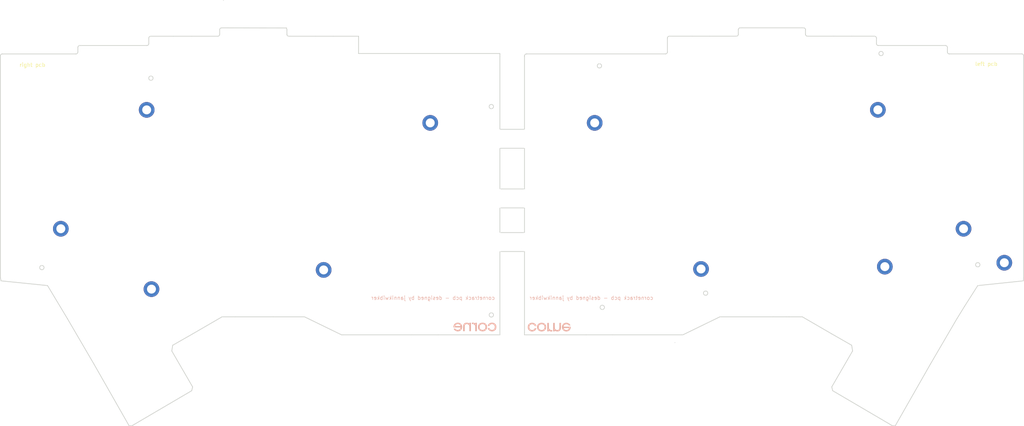
<source format=kicad_pcb>
(kicad_pcb (version 20171130) (host pcbnew "(5.1.6-0-10_14)")

  (general
    (thickness 1.6)
    (drawings 138)
    (tracks 0)
    (zones 0)
    (modules 19)
    (nets 1)
  )

  (page A4)
  (layers
    (0 F.Cu signal)
    (31 B.Cu signal)
    (32 B.Adhes user)
    (33 F.Adhes user)
    (34 B.Paste user)
    (35 F.Paste user)
    (36 B.SilkS user)
    (37 F.SilkS user)
    (38 B.Mask user)
    (39 F.Mask user)
    (40 Dwgs.User user)
    (41 Cmts.User user)
    (42 Eco1.User user)
    (43 Eco2.User user)
    (44 Edge.Cuts user)
    (45 Margin user)
    (46 B.CrtYd user)
    (47 F.CrtYd user)
    (48 B.Fab user)
    (49 F.Fab user)
  )

  (setup
    (last_trace_width 0.25)
    (trace_clearance 0.2)
    (zone_clearance 0.508)
    (zone_45_only no)
    (trace_min 0.2)
    (via_size 0.8)
    (via_drill 0.4)
    (via_min_size 0.4)
    (via_min_drill 0.3)
    (uvia_size 0.3)
    (uvia_drill 0.1)
    (uvias_allowed no)
    (uvia_min_size 0.2)
    (uvia_min_drill 0.1)
    (edge_width 0.05)
    (segment_width 0.2)
    (pcb_text_width 0.3)
    (pcb_text_size 1.5 1.5)
    (mod_edge_width 0.12)
    (mod_text_size 1 1)
    (mod_text_width 0.15)
    (pad_size 1.524 1.524)
    (pad_drill 0.762)
    (pad_to_mask_clearance 0.05)
    (aux_axis_origin 0 0)
    (visible_elements FFFFFF7F)
    (pcbplotparams
      (layerselection 0x010fc_ffffffff)
      (usegerberextensions false)
      (usegerberattributes true)
      (usegerberadvancedattributes true)
      (creategerberjobfile true)
      (excludeedgelayer true)
      (linewidth 0.100000)
      (plotframeref false)
      (viasonmask false)
      (mode 1)
      (useauxorigin false)
      (hpglpennumber 1)
      (hpglpenspeed 20)
      (hpglpendiameter 15.000000)
      (psnegative false)
      (psa4output false)
      (plotreference true)
      (plotvalue true)
      (plotinvisibletext false)
      (padsonsilk false)
      (subtractmaskfromsilk false)
      (outputformat 1)
      (mirror false)
      (drillshape 0)
      (scaleselection 1)
      (outputdirectory "gerber/"))
  )

  (net 0 "")

  (net_class Default "This is the default net class."
    (clearance 0.2)
    (trace_width 0.25)
    (via_dia 0.8)
    (via_drill 0.4)
    (uvia_dia 0.3)
    (uvia_drill 0.1)
  )

  (module kbd:corne-logo-horizontal (layer B.Cu) (tedit 0) (tstamp 5F73D0DB)
    (at 158.6245 95.64)
    (attr smd)
    (fp_text reference G*** (at 0 0) (layer B.SilkS) hide
      (effects (font (size 1.524 1.524) (thickness 0.3)) (justify mirror))
    )
    (fp_text value LOGO (at 0.75 0) (layer B.SilkS) hide
      (effects (font (size 1.524 1.524) (thickness 0.3)) (justify mirror))
    )
    (fp_poly (pts (xy 2.201991 1.231209) (xy 2.296075 1.227549) (xy 2.36649 1.218545) (xy 2.426801 1.201819)
      (xy 2.49057 1.174995) (xy 2.544751 1.148829) (xy 2.715798 1.040487) (xy 2.849048 0.901327)
      (xy 2.946379 0.728622) (xy 3.009668 0.519646) (xy 3.021075 0.4572) (xy 3.028364 0.38623)
      (xy 3.034903 0.273475) (xy 3.040403 0.127951) (xy 3.044574 -0.04133) (xy 3.047127 -0.225353)
      (xy 3.047808 -0.37465) (xy 3.048 -1.0414) (xy 2.6162 -1.0414) (xy 2.6162 -0.32211)
      (xy 2.615593 -0.093457) (xy 2.6136 0.090242) (xy 2.609963 0.234823) (xy 2.604422 0.346118)
      (xy 2.596719 0.429963) (xy 2.586595 0.492191) (xy 2.578697 0.523466) (xy 2.513937 0.661693)
      (xy 2.41303 0.764894) (xy 2.277603 0.832016) (xy 2.10928 0.862001) (xy 2.054812 0.8636)
      (xy 1.892341 0.853183) (xy 1.762362 0.818306) (xy 1.650264 0.753528) (xy 1.57036 0.683274)
      (xy 1.516173 0.626269) (xy 1.472791 0.570499) (xy 1.439023 0.509635) (xy 1.413679 0.437348)
      (xy 1.395567 0.347311) (xy 1.383496 0.233195) (xy 1.376277 0.088673) (xy 1.372717 -0.092585)
      (xy 1.371626 -0.316907) (xy 1.3716 -0.37291) (xy 1.3716 -1.0414) (xy 0.9398 -1.0414)
      (xy 0.9398 1.2192) (xy 1.3716 1.2192) (xy 1.3716 0.961293) (xy 1.453864 1.043558)
      (xy 1.540252 1.119164) (xy 1.630955 1.172431) (xy 1.736978 1.206718) (xy 1.869324 1.225384)
      (xy 2.038995 1.231789) (xy 2.070674 1.2319) (xy 2.201991 1.231209)) (layer B.SilkS) (width 0.01))
    (fp_poly (pts (xy 0.539737 1.254564) (xy 0.6858 1.238039) (xy 0.6858 0.867271) (xy 0.55245 0.880932)
      (xy 0.368351 0.875861) (xy 0.198952 0.824078) (xy 0.050381 0.728944) (xy -0.071234 0.593821)
      (xy -0.120111 0.512131) (xy -0.2032 0.351162) (xy -0.2032 -1.0414) (xy -0.635 -1.0414)
      (xy -0.635 1.221255) (xy -0.42545 1.213878) (xy -0.2159 1.2065) (xy -0.1905 0.984642)
      (xy -0.139731 1.041054) (xy -0.021554 1.137643) (xy 0.130298 1.208733) (xy 0.303542 1.250464)
      (xy 0.48589 1.258975) (xy 0.539737 1.254564)) (layer B.SilkS) (width 0.01))
    (fp_poly (pts (xy 4.73403 1.221594) (xy 4.956394 1.155295) (xy 5.154633 1.049787) (xy 5.324579 0.909153)
      (xy 5.462059 0.737476) (xy 5.562904 0.538838) (xy 5.622943 0.317322) (xy 5.6388 0.121664)
      (xy 5.6388 -0.0254) (xy 3.7338 -0.0254) (xy 3.7338 -0.098498) (xy 3.756717 -0.221649)
      (xy 3.820155 -0.349172) (xy 3.916143 -0.470298) (xy 4.036711 -0.574256) (xy 4.125888 -0.628239)
      (xy 4.261742 -0.679647) (xy 4.422404 -0.704683) (xy 4.435372 -0.705596) (xy 4.617629 -0.703127)
      (xy 4.771303 -0.666329) (xy 4.908995 -0.590614) (xy 5.023693 -0.491419) (xy 5.159513 -0.3556)
      (xy 5.362768 -0.3556) (xy 5.463311 -0.356246) (xy 5.522533 -0.360122) (xy 5.54991 -0.370133)
      (xy 5.554919 -0.389182) (xy 5.54923 -0.41275) (xy 5.510917 -0.498398) (xy 5.445999 -0.601086)
      (xy 5.366274 -0.704606) (xy 5.283544 -0.792746) (xy 5.253357 -0.819173) (xy 5.05449 -0.948773)
      (xy 4.831802 -1.038237) (xy 4.595096 -1.085509) (xy 4.354173 -1.088535) (xy 4.142857 -1.052004)
      (xy 3.921745 -0.967879) (xy 3.726925 -0.844023) (xy 3.563325 -0.685554) (xy 3.435874 -0.49759)
      (xy 3.349501 -0.285249) (xy 3.330344 -0.208299) (xy 3.299808 0.041758) (xy 3.313541 0.281339)
      (xy 3.325722 0.3302) (xy 3.735057 0.3302) (xy 4.458328 0.3302) (xy 4.670914 0.330472)
      (xy 4.837999 0.331479) (xy 4.964879 0.333506) (xy 5.056851 0.336842) (xy 5.119212 0.341771)
      (xy 5.157259 0.34858) (xy 5.176288 0.357556) (xy 5.181597 0.368986) (xy 5.1816 0.369312)
      (xy 5.161223 0.451242) (xy 5.106525 0.546827) (xy 5.027152 0.644278) (xy 4.932748 0.731805)
      (xy 4.832961 0.797617) (xy 4.829903 0.799174) (xy 4.690847 0.846723) (xy 4.526733 0.867986)
      (xy 4.355928 0.86304) (xy 4.196798 0.831961) (xy 4.10506 0.796156) (xy 3.958526 0.694514)
      (xy 3.839649 0.553203) (xy 3.759265 0.393873) (xy 3.735057 0.3302) (xy 3.325722 0.3302)
      (xy 3.369367 0.505265) (xy 3.465106 0.708357) (xy 3.598579 0.885437) (xy 3.767608 1.031328)
      (xy 3.880499 1.099311) (xy 4.075103 1.183254) (xy 4.272426 1.230099) (xy 4.491713 1.2446)
      (xy 4.73403 1.221594)) (layer B.SilkS) (width 0.01))
    (fp_poly (pts (xy -2.057514 1.23816) (xy -1.80406 1.202889) (xy -1.575975 1.126193) (xy -1.376325 1.010135)
      (xy -1.208175 0.856778) (xy -1.074592 0.668184) (xy -1.010044 0.5334) (xy -0.978482 0.419295)
      (xy -0.958215 0.271629) (xy -0.94947 0.10642) (xy -0.952475 -0.060313) (xy -0.967457 -0.212551)
      (xy -0.994644 -0.334275) (xy -0.997595 -0.3429) (xy -1.093981 -0.540172) (xy -1.233225 -0.716574)
      (xy -1.409821 -0.866769) (xy -1.618259 -0.985421) (xy -1.69316 -1.01677) (xy -1.825179 -1.053019)
      (xy -1.988165 -1.076467) (xy -2.163719 -1.086287) (xy -2.33344 -1.08165) (xy -2.478926 -1.061729)
      (xy -2.511747 -1.053599) (xy -2.725647 -0.971401) (xy -2.920379 -0.853093) (xy -3.087345 -0.705635)
      (xy -3.217944 -0.535986) (xy -3.268818 -0.440895) (xy -3.307163 -0.338102) (xy -3.341349 -0.213876)
      (xy -3.361401 -0.110628) (xy -3.368752 0.030776) (xy -2.944426 0.030776) (xy -2.930091 -0.116866)
      (xy -2.909959 -0.198207) (xy -2.856706 -0.310941) (xy -2.776305 -0.426333) (xy -2.682322 -0.527702)
      (xy -2.588326 -0.598365) (xy -2.581542 -0.60202) (xy -2.384802 -0.678118) (xy -2.179811 -0.708463)
      (xy -1.976396 -0.692243) (xy -1.863836 -0.661468) (xy -1.686556 -0.574347) (xy -1.54209 -0.450677)
      (xy -1.434913 -0.294341) (xy -1.43048 -0.285466) (xy -1.37749 -0.129401) (xy -1.355507 0.047702)
      (xy -1.364861 0.226983) (xy -1.405879 0.389579) (xy -1.418211 0.4191) (xy -1.515542 0.578094)
      (xy -1.643239 0.702908) (xy -1.793936 0.793377) (xy -1.960264 0.849334) (xy -2.134858 0.870614)
      (xy -2.310351 0.857051) (xy -2.479376 0.808478) (xy -2.634566 0.72473) (xy -2.768555 0.60564)
      (xy -2.873535 0.451899) (xy -2.915081 0.334193) (xy -2.939067 0.187474) (xy -2.944426 0.030776)
      (xy -3.368752 0.030776) (xy -3.374262 0.136764) (xy -3.34185 0.371307) (xy -3.26665 0.587948)
      (xy -3.151143 0.781635) (xy -2.997813 0.947313) (xy -2.80914 1.079931) (xy -2.765081 1.103197)
      (xy -2.590795 1.177947) (xy -2.41947 1.222719) (xy -2.233595 1.240853) (xy -2.057514 1.23816)) (layer B.SilkS) (width 0.01))
    (fp_poly (pts (xy -4.440451 1.224012) (xy -4.325752 1.197898) (xy -4.10465 1.107361) (xy -3.913207 0.980964)
      (xy -3.756278 0.823012) (xy -3.638718 0.637812) (xy -3.604063 0.557746) (xy -3.570036 0.464269)
      (xy -3.558417 0.405239) (xy -3.575702 0.372739) (xy -3.628388 0.358851) (xy -3.722971 0.355657)
      (xy -3.769931 0.3556) (xy -3.983861 0.355601) (xy -4.014767 0.449246) (xy -4.081357 0.575106)
      (xy -4.187862 0.686497) (xy -4.324037 0.776988) (xy -4.479636 0.840146) (xy -4.644415 0.869539)
      (xy -4.686301 0.870858) (xy -4.868631 0.84809) (xy -5.038935 0.783779) (xy -5.188484 0.683911)
      (xy -5.308547 0.554474) (xy -5.390395 0.401453) (xy -5.396593 0.383733) (xy -5.430144 0.225076)
      (xy -5.435927 0.049598) (xy -5.415241 -0.124327) (xy -5.369387 -0.278322) (xy -5.346325 -0.326531)
      (xy -5.240596 -0.477138) (xy -5.105721 -0.589303) (xy -4.958398 -0.660915) (xy -4.779711 -0.703926)
      (xy -4.600241 -0.703773) (xy -4.428428 -0.663785) (xy -4.27271 -0.587291) (xy -4.141526 -0.477622)
      (xy -4.043316 -0.338106) (xy -4.021733 -0.291389) (xy -3.9751 -0.17799) (xy -3.76555 -0.177895)
      (xy -3.662832 -0.178561) (xy -3.600716 -0.18262) (xy -3.569005 -0.192992) (xy -3.557503 -0.212594)
      (xy -3.556 -0.237887) (xy -3.571525 -0.312902) (xy -3.613076 -0.412781) (xy -3.673122 -0.524252)
      (xy -3.744131 -0.634041) (xy -3.818571 -0.728876) (xy -3.857462 -0.769119) (xy -4.037236 -0.904131)
      (xy -4.246093 -1.004811) (xy -4.47294 -1.067913) (xy -4.706682 -1.090194) (xy -4.9022 -1.074664)
      (xy -5.095413 -1.023943) (xy -5.283049 -0.940877) (xy -5.45274 -0.83286) (xy -5.592117 -0.707289)
      (xy -5.659011 -0.622165) (xy -5.74034 -0.487841) (xy -5.79623 -0.362887) (xy -5.830809 -0.232138)
      (xy -5.848207 -0.08043) (xy -5.852586 0.0889) (xy -5.851081 0.229806) (xy -5.845379 0.333812)
      (xy -5.833702 0.414764) (xy -5.81427 0.486506) (xy -5.794649 0.539803) (xy -5.689003 0.739457)
      (xy -5.542738 0.915974) (xy -5.363624 1.061684) (xy -5.159431 1.168915) (xy -5.1562 1.170198)
      (xy -5.000217 1.214086) (xy -4.816245 1.238108) (xy -4.623313 1.241628) (xy -4.440451 1.224012)) (layer B.SilkS) (width 0.01))
  )

  (module kbd:Breakaway_Tabs (layer F.Cu) (tedit 5F29703B) (tstamp 5F73D0CD)
    (at 145.288 72.898 270)
    (fp_text reference REF** (at -0.05 -2.4 90) (layer F.Fab)
      (effects (font (size 1 1) (thickness 0.15)))
    )
    (fp_text value Breakaway_Tabs (at -0.05 0.75 90) (layer F.Fab)
      (effects (font (size 1 1) (thickness 0.15)))
    )
    (fp_line (start -3 -0.2) (end 3 -0.2) (layer Dwgs.User) (width 0.12))
    (fp_line (start -3 0.2) (end 3 0.2) (layer Dwgs.User) (width 0.12))
    (pad "" np_thru_hole circle (at -1.1875 0 270) (size 0.3 0.3) (drill 0.3) (layers *.Cu *.Mask))
    (pad "" np_thru_hole circle (at -2.375 0 270) (size 0.3 0.3) (drill 0.3) (layers *.Cu *.Mask))
    (pad "" np_thru_hole circle (at -0.59375 0 270) (size 0.3 0.3) (drill 0.3) (layers *.Cu *.Mask))
    (pad "" np_thru_hole circle (at -1.78125 0 270) (size 0.3 0.3) (drill 0.3) (layers *.Cu *.Mask))
    (pad "" np_thru_hole circle (at 2.375 0 270) (size 0.3 0.3) (drill 0.3) (layers *.Cu *.Mask))
    (pad "" np_thru_hole circle (at 1.78125 0 270) (size 0.3 0.3) (drill 0.3) (layers *.Cu *.Mask))
    (pad "" np_thru_hole circle (at 1.1875 0 270) (size 0.3 0.3) (drill 0.3) (layers *.Cu *.Mask))
    (pad "" np_thru_hole circle (at 0.59375 0 270) (size 0.3 0.3) (drill 0.3) (layers *.Cu *.Mask))
    (pad "" np_thru_hole circle (at 0 0 270) (size 0.3 0.3) (drill 0.3) (layers *.Cu *.Mask))
  )

  (module kbd:Breakaway_Tabs (layer F.Cu) (tedit 5F29703B) (tstamp 5F73D0BF)
    (at 145.288 45.212 270)
    (fp_text reference REF** (at -0.05 -2.4 90) (layer F.Fab)
      (effects (font (size 1 1) (thickness 0.15)))
    )
    (fp_text value Breakaway_Tabs (at -0.05 0.75 90) (layer F.Fab)
      (effects (font (size 1 1) (thickness 0.15)))
    )
    (fp_line (start -3 -0.2) (end 3 -0.2) (layer Dwgs.User) (width 0.12))
    (fp_line (start -3 0.2) (end 3 0.2) (layer Dwgs.User) (width 0.12))
    (pad "" np_thru_hole circle (at -1.1875 0 270) (size 0.3 0.3) (drill 0.3) (layers *.Cu *.Mask))
    (pad "" np_thru_hole circle (at -2.375 0 270) (size 0.3 0.3) (drill 0.3) (layers *.Cu *.Mask))
    (pad "" np_thru_hole circle (at -0.59375 0 270) (size 0.3 0.3) (drill 0.3) (layers *.Cu *.Mask))
    (pad "" np_thru_hole circle (at -1.78125 0 270) (size 0.3 0.3) (drill 0.3) (layers *.Cu *.Mask))
    (pad "" np_thru_hole circle (at 2.375 0 270) (size 0.3 0.3) (drill 0.3) (layers *.Cu *.Mask))
    (pad "" np_thru_hole circle (at 1.78125 0 270) (size 0.3 0.3) (drill 0.3) (layers *.Cu *.Mask))
    (pad "" np_thru_hole circle (at 1.1875 0 270) (size 0.3 0.3) (drill 0.3) (layers *.Cu *.Mask))
    (pad "" np_thru_hole circle (at 0.59375 0 270) (size 0.3 0.3) (drill 0.3) (layers *.Cu *.Mask))
    (pad "" np_thru_hole circle (at 0 0 270) (size 0.3 0.3) (drill 0.3) (layers *.Cu *.Mask))
  )

  (module kbd:Breakaway_Tabs (layer F.Cu) (tedit 5F29703B) (tstamp 5F73D0B1)
    (at 145.288 61.214 270)
    (fp_text reference REF** (at -0.05 -2.4 90) (layer F.Fab)
      (effects (font (size 1 1) (thickness 0.15)))
    )
    (fp_text value Breakaway_Tabs (at -0.05 0.75 90) (layer F.Fab)
      (effects (font (size 1 1) (thickness 0.15)))
    )
    (fp_line (start -3 -0.2) (end 3 -0.2) (layer Dwgs.User) (width 0.12))
    (fp_line (start -3 0.2) (end 3 0.2) (layer Dwgs.User) (width 0.12))
    (pad "" np_thru_hole circle (at -1.1875 0 270) (size 0.3 0.3) (drill 0.3) (layers *.Cu *.Mask))
    (pad "" np_thru_hole circle (at -2.375 0 270) (size 0.3 0.3) (drill 0.3) (layers *.Cu *.Mask))
    (pad "" np_thru_hole circle (at -0.59375 0 270) (size 0.3 0.3) (drill 0.3) (layers *.Cu *.Mask))
    (pad "" np_thru_hole circle (at -1.78125 0 270) (size 0.3 0.3) (drill 0.3) (layers *.Cu *.Mask))
    (pad "" np_thru_hole circle (at 2.375 0 270) (size 0.3 0.3) (drill 0.3) (layers *.Cu *.Mask))
    (pad "" np_thru_hole circle (at 1.78125 0 270) (size 0.3 0.3) (drill 0.3) (layers *.Cu *.Mask))
    (pad "" np_thru_hole circle (at 1.1875 0 270) (size 0.3 0.3) (drill 0.3) (layers *.Cu *.Mask))
    (pad "" np_thru_hole circle (at 0.59375 0 270) (size 0.3 0.3) (drill 0.3) (layers *.Cu *.Mask))
    (pad "" np_thru_hole circle (at 0 0 270) (size 0.3 0.3) (drill 0.3) (layers *.Cu *.Mask))
  )

  (module kbd:Breakaway_Tabs (layer F.Cu) (tedit 5F29703B) (tstamp 5F73D0A3)
    (at 151.892 61.214 270)
    (fp_text reference REF** (at -0.05 -2.4 90) (layer F.Fab)
      (effects (font (size 1 1) (thickness 0.15)))
    )
    (fp_text value Breakaway_Tabs (at -0.05 0.75 90) (layer F.Fab)
      (effects (font (size 1 1) (thickness 0.15)))
    )
    (fp_line (start -3 -0.2) (end 3 -0.2) (layer Dwgs.User) (width 0.12))
    (fp_line (start -3 0.2) (end 3 0.2) (layer Dwgs.User) (width 0.12))
    (pad "" np_thru_hole circle (at 0 0 270) (size 0.3 0.3) (drill 0.3) (layers *.Cu *.Mask))
    (pad "" np_thru_hole circle (at 0.59375 0 270) (size 0.3 0.3) (drill 0.3) (layers *.Cu *.Mask))
    (pad "" np_thru_hole circle (at 1.1875 0 270) (size 0.3 0.3) (drill 0.3) (layers *.Cu *.Mask))
    (pad "" np_thru_hole circle (at 1.78125 0 270) (size 0.3 0.3) (drill 0.3) (layers *.Cu *.Mask))
    (pad "" np_thru_hole circle (at 2.375 0 270) (size 0.3 0.3) (drill 0.3) (layers *.Cu *.Mask))
    (pad "" np_thru_hole circle (at -1.78125 0 270) (size 0.3 0.3) (drill 0.3) (layers *.Cu *.Mask))
    (pad "" np_thru_hole circle (at -0.59375 0 270) (size 0.3 0.3) (drill 0.3) (layers *.Cu *.Mask))
    (pad "" np_thru_hole circle (at -2.375 0 270) (size 0.3 0.3) (drill 0.3) (layers *.Cu *.Mask))
    (pad "" np_thru_hole circle (at -1.1875 0 270) (size 0.3 0.3) (drill 0.3) (layers *.Cu *.Mask))
  )

  (module kbd:Breakaway_Tabs (layer F.Cu) (tedit 5F29703B) (tstamp 5F73D095)
    (at 151.892 45.212 270)
    (fp_text reference REF** (at -0.05 -2.4 90) (layer F.Fab)
      (effects (font (size 1 1) (thickness 0.15)))
    )
    (fp_text value Breakaway_Tabs (at -0.05 0.75 90) (layer F.Fab)
      (effects (font (size 1 1) (thickness 0.15)))
    )
    (fp_line (start -3 -0.2) (end 3 -0.2) (layer Dwgs.User) (width 0.12))
    (fp_line (start -3 0.2) (end 3 0.2) (layer Dwgs.User) (width 0.12))
    (pad "" np_thru_hole circle (at 0 0 270) (size 0.3 0.3) (drill 0.3) (layers *.Cu *.Mask))
    (pad "" np_thru_hole circle (at 0.59375 0 270) (size 0.3 0.3) (drill 0.3) (layers *.Cu *.Mask))
    (pad "" np_thru_hole circle (at 1.1875 0 270) (size 0.3 0.3) (drill 0.3) (layers *.Cu *.Mask))
    (pad "" np_thru_hole circle (at 1.78125 0 270) (size 0.3 0.3) (drill 0.3) (layers *.Cu *.Mask))
    (pad "" np_thru_hole circle (at 2.375 0 270) (size 0.3 0.3) (drill 0.3) (layers *.Cu *.Mask))
    (pad "" np_thru_hole circle (at -1.78125 0 270) (size 0.3 0.3) (drill 0.3) (layers *.Cu *.Mask))
    (pad "" np_thru_hole circle (at -0.59375 0 270) (size 0.3 0.3) (drill 0.3) (layers *.Cu *.Mask))
    (pad "" np_thru_hole circle (at -2.375 0 270) (size 0.3 0.3) (drill 0.3) (layers *.Cu *.Mask))
    (pad "" np_thru_hole circle (at -1.1875 0 270) (size 0.3 0.3) (drill 0.3) (layers *.Cu *.Mask))
  )

  (module kbd:Breakaway_Tabs (layer F.Cu) (tedit 5F29703B) (tstamp 5F73D06B)
    (at 151.892 72.898 270)
    (fp_text reference REF** (at -0.05 -2.4 90) (layer F.Fab)
      (effects (font (size 1 1) (thickness 0.15)))
    )
    (fp_text value Breakaway_Tabs (at -0.05 0.75 90) (layer F.Fab)
      (effects (font (size 1 1) (thickness 0.15)))
    )
    (fp_line (start -3 -0.2) (end 3 -0.2) (layer Dwgs.User) (width 0.12))
    (fp_line (start -3 0.2) (end 3 0.2) (layer Dwgs.User) (width 0.12))
    (pad "" np_thru_hole circle (at 0 0 270) (size 0.3 0.3) (drill 0.3) (layers *.Cu *.Mask))
    (pad "" np_thru_hole circle (at 0.59375 0 270) (size 0.3 0.3) (drill 0.3) (layers *.Cu *.Mask))
    (pad "" np_thru_hole circle (at 1.1875 0 270) (size 0.3 0.3) (drill 0.3) (layers *.Cu *.Mask))
    (pad "" np_thru_hole circle (at 1.78125 0 270) (size 0.3 0.3) (drill 0.3) (layers *.Cu *.Mask))
    (pad "" np_thru_hole circle (at 2.375 0 270) (size 0.3 0.3) (drill 0.3) (layers *.Cu *.Mask))
    (pad "" np_thru_hole circle (at -1.78125 0 270) (size 0.3 0.3) (drill 0.3) (layers *.Cu *.Mask))
    (pad "" np_thru_hole circle (at -0.59375 0 270) (size 0.3 0.3) (drill 0.3) (layers *.Cu *.Mask))
    (pad "" np_thru_hole circle (at -2.375 0 270) (size 0.3 0.3) (drill 0.3) (layers *.Cu *.Mask))
    (pad "" np_thru_hole circle (at -1.1875 0 270) (size 0.3 0.3) (drill 0.3) (layers *.Cu *.Mask))
  )

  (module kbd:M2_HOLE_v2 (layer F.Cu) (tedit 5F732DB5) (tstamp 5F73D067)
    (at 248.412 79.502)
    (descr "Mounting Hole 2.2mm, no annular, M2")
    (tags "mounting hole 2.2mm no annular m2")
    (attr virtual)
    (fp_text reference Ref** (at -0.95 -0.55) (layer F.Fab) hide
      (effects (font (size 1 1) (thickness 0.15)))
    )
    (fp_text value Val** (at 0 0.55) (layer F.Fab) hide
      (effects (font (size 1 1) (thickness 0.15)))
    )
    (pad "" np_thru_hole circle (at 0 0) (size 4.2 4.2) (drill 2.4) (layers *.Cu *.Mask))
  )

  (module kbd:M2_HOLE_v2 (layer F.Cu) (tedit 5F732DBB) (tstamp 5F73D063)
    (at 269.494 69.342)
    (descr "Mounting Hole 2.2mm, no annular, M2")
    (tags "mounting hole 2.2mm no annular m2")
    (attr virtual)
    (fp_text reference Ref** (at -0.95 -0.55) (layer F.Fab) hide
      (effects (font (size 1 1) (thickness 0.15)))
    )
    (fp_text value Val** (at 0 0.55) (layer F.Fab) hide
      (effects (font (size 1 1) (thickness 0.15)))
    )
    (pad "" np_thru_hole circle (at 0 0) (size 4.2 4.2) (drill 2.4) (layers *.Cu *.Mask))
  )

  (module kbd:M2_HOLE_v2 (layer F.Cu) (tedit 5F732DC1) (tstamp 5F73D05F)
    (at 280.416 78.457)
    (descr "Mounting Hole 2.2mm, no annular, M2")
    (tags "mounting hole 2.2mm no annular m2")
    (attr virtual)
    (fp_text reference Ref** (at -0.95 -0.55) (layer F.Fab) hide
      (effects (font (size 1 1) (thickness 0.15)))
    )
    (fp_text value Val** (at 0 0.55) (layer F.Fab) hide
      (effects (font (size 1 1) (thickness 0.15)))
    )
    (pad "" np_thru_hole circle (at 0 0) (size 4.2 4.2) (drill 2.4) (layers *.Cu *.Mask))
  )

  (module kbd:corne-logo-horizontal (layer B.Cu) (tedit 0) (tstamp 5F73D049)
    (at 138.4915 95.772 180)
    (attr smd)
    (fp_text reference G*** (at 0 0) (layer B.SilkS) hide
      (effects (font (size 1.524 1.524) (thickness 0.3)) (justify mirror))
    )
    (fp_text value LOGO (at 0.75 0) (layer B.SilkS) hide
      (effects (font (size 1.524 1.524) (thickness 0.3)) (justify mirror))
    )
    (fp_poly (pts (xy 2.201991 1.231209) (xy 2.296075 1.227549) (xy 2.36649 1.218545) (xy 2.426801 1.201819)
      (xy 2.49057 1.174995) (xy 2.544751 1.148829) (xy 2.715798 1.040487) (xy 2.849048 0.901327)
      (xy 2.946379 0.728622) (xy 3.009668 0.519646) (xy 3.021075 0.4572) (xy 3.028364 0.38623)
      (xy 3.034903 0.273475) (xy 3.040403 0.127951) (xy 3.044574 -0.04133) (xy 3.047127 -0.225353)
      (xy 3.047808 -0.37465) (xy 3.048 -1.0414) (xy 2.6162 -1.0414) (xy 2.6162 -0.32211)
      (xy 2.615593 -0.093457) (xy 2.6136 0.090242) (xy 2.609963 0.234823) (xy 2.604422 0.346118)
      (xy 2.596719 0.429963) (xy 2.586595 0.492191) (xy 2.578697 0.523466) (xy 2.513937 0.661693)
      (xy 2.41303 0.764894) (xy 2.277603 0.832016) (xy 2.10928 0.862001) (xy 2.054812 0.8636)
      (xy 1.892341 0.853183) (xy 1.762362 0.818306) (xy 1.650264 0.753528) (xy 1.57036 0.683274)
      (xy 1.516173 0.626269) (xy 1.472791 0.570499) (xy 1.439023 0.509635) (xy 1.413679 0.437348)
      (xy 1.395567 0.347311) (xy 1.383496 0.233195) (xy 1.376277 0.088673) (xy 1.372717 -0.092585)
      (xy 1.371626 -0.316907) (xy 1.3716 -0.37291) (xy 1.3716 -1.0414) (xy 0.9398 -1.0414)
      (xy 0.9398 1.2192) (xy 1.3716 1.2192) (xy 1.3716 0.961293) (xy 1.453864 1.043558)
      (xy 1.540252 1.119164) (xy 1.630955 1.172431) (xy 1.736978 1.206718) (xy 1.869324 1.225384)
      (xy 2.038995 1.231789) (xy 2.070674 1.2319) (xy 2.201991 1.231209)) (layer B.SilkS) (width 0.01))
    (fp_poly (pts (xy 0.539737 1.254564) (xy 0.6858 1.238039) (xy 0.6858 0.867271) (xy 0.55245 0.880932)
      (xy 0.368351 0.875861) (xy 0.198952 0.824078) (xy 0.050381 0.728944) (xy -0.071234 0.593821)
      (xy -0.120111 0.512131) (xy -0.2032 0.351162) (xy -0.2032 -1.0414) (xy -0.635 -1.0414)
      (xy -0.635 1.221255) (xy -0.42545 1.213878) (xy -0.2159 1.2065) (xy -0.1905 0.984642)
      (xy -0.139731 1.041054) (xy -0.021554 1.137643) (xy 0.130298 1.208733) (xy 0.303542 1.250464)
      (xy 0.48589 1.258975) (xy 0.539737 1.254564)) (layer B.SilkS) (width 0.01))
    (fp_poly (pts (xy 4.73403 1.221594) (xy 4.956394 1.155295) (xy 5.154633 1.049787) (xy 5.324579 0.909153)
      (xy 5.462059 0.737476) (xy 5.562904 0.538838) (xy 5.622943 0.317322) (xy 5.6388 0.121664)
      (xy 5.6388 -0.0254) (xy 3.7338 -0.0254) (xy 3.7338 -0.098498) (xy 3.756717 -0.221649)
      (xy 3.820155 -0.349172) (xy 3.916143 -0.470298) (xy 4.036711 -0.574256) (xy 4.125888 -0.628239)
      (xy 4.261742 -0.679647) (xy 4.422404 -0.704683) (xy 4.435372 -0.705596) (xy 4.617629 -0.703127)
      (xy 4.771303 -0.666329) (xy 4.908995 -0.590614) (xy 5.023693 -0.491419) (xy 5.159513 -0.3556)
      (xy 5.362768 -0.3556) (xy 5.463311 -0.356246) (xy 5.522533 -0.360122) (xy 5.54991 -0.370133)
      (xy 5.554919 -0.389182) (xy 5.54923 -0.41275) (xy 5.510917 -0.498398) (xy 5.445999 -0.601086)
      (xy 5.366274 -0.704606) (xy 5.283544 -0.792746) (xy 5.253357 -0.819173) (xy 5.05449 -0.948773)
      (xy 4.831802 -1.038237) (xy 4.595096 -1.085509) (xy 4.354173 -1.088535) (xy 4.142857 -1.052004)
      (xy 3.921745 -0.967879) (xy 3.726925 -0.844023) (xy 3.563325 -0.685554) (xy 3.435874 -0.49759)
      (xy 3.349501 -0.285249) (xy 3.330344 -0.208299) (xy 3.299808 0.041758) (xy 3.313541 0.281339)
      (xy 3.325722 0.3302) (xy 3.735057 0.3302) (xy 4.458328 0.3302) (xy 4.670914 0.330472)
      (xy 4.837999 0.331479) (xy 4.964879 0.333506) (xy 5.056851 0.336842) (xy 5.119212 0.341771)
      (xy 5.157259 0.34858) (xy 5.176288 0.357556) (xy 5.181597 0.368986) (xy 5.1816 0.369312)
      (xy 5.161223 0.451242) (xy 5.106525 0.546827) (xy 5.027152 0.644278) (xy 4.932748 0.731805)
      (xy 4.832961 0.797617) (xy 4.829903 0.799174) (xy 4.690847 0.846723) (xy 4.526733 0.867986)
      (xy 4.355928 0.86304) (xy 4.196798 0.831961) (xy 4.10506 0.796156) (xy 3.958526 0.694514)
      (xy 3.839649 0.553203) (xy 3.759265 0.393873) (xy 3.735057 0.3302) (xy 3.325722 0.3302)
      (xy 3.369367 0.505265) (xy 3.465106 0.708357) (xy 3.598579 0.885437) (xy 3.767608 1.031328)
      (xy 3.880499 1.099311) (xy 4.075103 1.183254) (xy 4.272426 1.230099) (xy 4.491713 1.2446)
      (xy 4.73403 1.221594)) (layer B.SilkS) (width 0.01))
    (fp_poly (pts (xy -2.057514 1.23816) (xy -1.80406 1.202889) (xy -1.575975 1.126193) (xy -1.376325 1.010135)
      (xy -1.208175 0.856778) (xy -1.074592 0.668184) (xy -1.010044 0.5334) (xy -0.978482 0.419295)
      (xy -0.958215 0.271629) (xy -0.94947 0.10642) (xy -0.952475 -0.060313) (xy -0.967457 -0.212551)
      (xy -0.994644 -0.334275) (xy -0.997595 -0.3429) (xy -1.093981 -0.540172) (xy -1.233225 -0.716574)
      (xy -1.409821 -0.866769) (xy -1.618259 -0.985421) (xy -1.69316 -1.01677) (xy -1.825179 -1.053019)
      (xy -1.988165 -1.076467) (xy -2.163719 -1.086287) (xy -2.33344 -1.08165) (xy -2.478926 -1.061729)
      (xy -2.511747 -1.053599) (xy -2.725647 -0.971401) (xy -2.920379 -0.853093) (xy -3.087345 -0.705635)
      (xy -3.217944 -0.535986) (xy -3.268818 -0.440895) (xy -3.307163 -0.338102) (xy -3.341349 -0.213876)
      (xy -3.361401 -0.110628) (xy -3.368752 0.030776) (xy -2.944426 0.030776) (xy -2.930091 -0.116866)
      (xy -2.909959 -0.198207) (xy -2.856706 -0.310941) (xy -2.776305 -0.426333) (xy -2.682322 -0.527702)
      (xy -2.588326 -0.598365) (xy -2.581542 -0.60202) (xy -2.384802 -0.678118) (xy -2.179811 -0.708463)
      (xy -1.976396 -0.692243) (xy -1.863836 -0.661468) (xy -1.686556 -0.574347) (xy -1.54209 -0.450677)
      (xy -1.434913 -0.294341) (xy -1.43048 -0.285466) (xy -1.37749 -0.129401) (xy -1.355507 0.047702)
      (xy -1.364861 0.226983) (xy -1.405879 0.389579) (xy -1.418211 0.4191) (xy -1.515542 0.578094)
      (xy -1.643239 0.702908) (xy -1.793936 0.793377) (xy -1.960264 0.849334) (xy -2.134858 0.870614)
      (xy -2.310351 0.857051) (xy -2.479376 0.808478) (xy -2.634566 0.72473) (xy -2.768555 0.60564)
      (xy -2.873535 0.451899) (xy -2.915081 0.334193) (xy -2.939067 0.187474) (xy -2.944426 0.030776)
      (xy -3.368752 0.030776) (xy -3.374262 0.136764) (xy -3.34185 0.371307) (xy -3.26665 0.587948)
      (xy -3.151143 0.781635) (xy -2.997813 0.947313) (xy -2.80914 1.079931) (xy -2.765081 1.103197)
      (xy -2.590795 1.177947) (xy -2.41947 1.222719) (xy -2.233595 1.240853) (xy -2.057514 1.23816)) (layer B.SilkS) (width 0.01))
    (fp_poly (pts (xy -4.440451 1.224012) (xy -4.325752 1.197898) (xy -4.10465 1.107361) (xy -3.913207 0.980964)
      (xy -3.756278 0.823012) (xy -3.638718 0.637812) (xy -3.604063 0.557746) (xy -3.570036 0.464269)
      (xy -3.558417 0.405239) (xy -3.575702 0.372739) (xy -3.628388 0.358851) (xy -3.722971 0.355657)
      (xy -3.769931 0.3556) (xy -3.983861 0.355601) (xy -4.014767 0.449246) (xy -4.081357 0.575106)
      (xy -4.187862 0.686497) (xy -4.324037 0.776988) (xy -4.479636 0.840146) (xy -4.644415 0.869539)
      (xy -4.686301 0.870858) (xy -4.868631 0.84809) (xy -5.038935 0.783779) (xy -5.188484 0.683911)
      (xy -5.308547 0.554474) (xy -5.390395 0.401453) (xy -5.396593 0.383733) (xy -5.430144 0.225076)
      (xy -5.435927 0.049598) (xy -5.415241 -0.124327) (xy -5.369387 -0.278322) (xy -5.346325 -0.326531)
      (xy -5.240596 -0.477138) (xy -5.105721 -0.589303) (xy -4.958398 -0.660915) (xy -4.779711 -0.703926)
      (xy -4.600241 -0.703773) (xy -4.428428 -0.663785) (xy -4.27271 -0.587291) (xy -4.141526 -0.477622)
      (xy -4.043316 -0.338106) (xy -4.021733 -0.291389) (xy -3.9751 -0.17799) (xy -3.76555 -0.177895)
      (xy -3.662832 -0.178561) (xy -3.600716 -0.18262) (xy -3.569005 -0.192992) (xy -3.557503 -0.212594)
      (xy -3.556 -0.237887) (xy -3.571525 -0.312902) (xy -3.613076 -0.412781) (xy -3.673122 -0.524252)
      (xy -3.744131 -0.634041) (xy -3.818571 -0.728876) (xy -3.857462 -0.769119) (xy -4.037236 -0.904131)
      (xy -4.246093 -1.004811) (xy -4.47294 -1.067913) (xy -4.706682 -1.090194) (xy -4.9022 -1.074664)
      (xy -5.095413 -1.023943) (xy -5.283049 -0.940877) (xy -5.45274 -0.83286) (xy -5.592117 -0.707289)
      (xy -5.659011 -0.622165) (xy -5.74034 -0.487841) (xy -5.79623 -0.362887) (xy -5.830809 -0.232138)
      (xy -5.848207 -0.08043) (xy -5.852586 0.0889) (xy -5.851081 0.229806) (xy -5.845379 0.333812)
      (xy -5.833702 0.414764) (xy -5.81427 0.486506) (xy -5.794649 0.539803) (xy -5.689003 0.739457)
      (xy -5.542738 0.915974) (xy -5.363624 1.061684) (xy -5.159431 1.168915) (xy -5.1562 1.170198)
      (xy -5.000217 1.214086) (xy -4.816245 1.238108) (xy -4.623313 1.241628) (xy -4.440451 1.224012)) (layer B.SilkS) (width 0.01))
  )

  (module kbd:M2_HOLE_v2 (layer B.Cu) (tedit 5F732DEB) (tstamp 5F73D045)
    (at 51.967321 85.531031 180)
    (descr "Mounting Hole 2.2mm, no annular, M2")
    (tags "mounting hole 2.2mm no annular m2")
    (attr virtual)
    (fp_text reference Ref** (at -0.95 0.55) (layer B.Fab) hide
      (effects (font (size 1 1) (thickness 0.15)) (justify mirror))
    )
    (fp_text value Val** (at 0 -0.55) (layer B.Fab) hide
      (effects (font (size 1 1) (thickness 0.15)) (justify mirror))
    )
    (pad "" np_thru_hole circle (at 0 0 180) (size 4.2 4.2) (drill 2.4) (layers *.Cu *.Mask))
  )

  (module kbd:M2_HOLE_v2 (layer B.Cu) (tedit 5F732DEF) (tstamp 5F73D041)
    (at 98.0855 80.384 180)
    (descr "Mounting Hole 2.2mm, no annular, M2")
    (tags "mounting hole 2.2mm no annular m2")
    (attr virtual)
    (fp_text reference Ref** (at -0.95 0.55) (layer B.Fab) hide
      (effects (font (size 1 1) (thickness 0.15)) (justify mirror))
    )
    (fp_text value Val** (at 0 -0.55) (layer B.Fab) hide
      (effects (font (size 1 1) (thickness 0.15)) (justify mirror))
    )
    (pad "" np_thru_hole circle (at 0 0 180) (size 4.2 4.2) (drill 2.4) (layers *.Cu *.Mask))
  )

  (module kbd:M2_HOLE_v2 (layer B.Cu) (tedit 5F732DDB) (tstamp 5F73D03D)
    (at 126.6375 40.9475 180)
    (descr "Mounting Hole 2.2mm, no annular, M2")
    (tags "mounting hole 2.2mm no annular m2")
    (attr virtual)
    (fp_text reference Ref** (at -0.95 0.55) (layer B.Fab) hide
      (effects (font (size 1 1) (thickness 0.15)) (justify mirror))
    )
    (fp_text value Val** (at 0 -0.55) (layer B.Fab) hide
      (effects (font (size 1 1) (thickness 0.15)) (justify mirror))
    )
    (pad "" np_thru_hole circle (at 0 0 180) (size 4.2 4.2) (drill 2.4) (layers *.Cu *.Mask))
  )

  (module kbd:M2_HOLE_v2 (layer B.Cu) (tedit 5F732DE0) (tstamp 5F73D039)
    (at 50.6825 37.4575 180)
    (descr "Mounting Hole 2.2mm, no annular, M2")
    (tags "mounting hole 2.2mm no annular m2")
    (attr virtual)
    (fp_text reference Ref** (at -0.95 0.55) (layer B.Fab) hide
      (effects (font (size 1 1) (thickness 0.15)) (justify mirror))
    )
    (fp_text value Val** (at 0 -0.55) (layer B.Fab) hide
      (effects (font (size 1 1) (thickness 0.15)) (justify mirror))
    )
    (pad "" np_thru_hole circle (at 0 0 180) (size 4.2 4.2) (drill 2.4) (layers *.Cu *.Mask))
  )

  (module kbd:M2_HOLE_v2 (layer B.Cu) (tedit 5F732DE5) (tstamp 5F73D035)
    (at 27.686 69.342 180)
    (descr "Mounting Hole 2.2mm, no annular, M2")
    (tags "mounting hole 2.2mm no annular m2")
    (attr virtual)
    (fp_text reference Ref** (at -0.95 0.55) (layer B.Fab) hide
      (effects (font (size 1 1) (thickness 0.15)) (justify mirror))
    )
    (fp_text value Val** (at 0 -0.55) (layer B.Fab) hide
      (effects (font (size 1 1) (thickness 0.15)) (justify mirror))
    )
    (pad "" np_thru_hole circle (at 0 0 180) (size 4.2 4.2) (drill 2.4) (layers *.Cu *.Mask))
  )

  (module kbd:M2_HOLE_v2 (layer F.Cu) (tedit 5F732DD3) (tstamp 5F73D031)
    (at 170.688 40.894)
    (descr "Mounting Hole 2.2mm, no annular, M2")
    (tags "mounting hole 2.2mm no annular m2")
    (attr virtual)
    (fp_text reference Ref** (at -0.95 -0.55) (layer F.Fab) hide
      (effects (font (size 1 1) (thickness 0.15)))
    )
    (fp_text value Val** (at 0 0.55) (layer F.Fab) hide
      (effects (font (size 1 1) (thickness 0.15)))
    )
    (pad "" np_thru_hole circle (at 0 0.0535) (size 4.2 4.2) (drill 2.4) (layers *.Cu *.Mask))
  )

  (module kbd:M2_HOLE_v2 (layer F.Cu) (tedit 5F732DC7) (tstamp 5F73D02D)
    (at 246.5455 37.4475)
    (descr "Mounting Hole 2.2mm, no annular, M2")
    (tags "mounting hole 2.2mm no annular m2")
    (attr virtual)
    (fp_text reference Ref** (at -0.95 -0.55) (layer F.Fab) hide
      (effects (font (size 1 1) (thickness 0.15)))
    )
    (fp_text value Val** (at 0 0.55) (layer F.Fab) hide
      (effects (font (size 1 1) (thickness 0.15)))
    )
    (pad "" np_thru_hole circle (at 0 0) (size 4.2 4.2) (drill 2.4) (layers *.Cu *.Mask))
  )

  (module kbd:M2_HOLE_v2 (layer F.Cu) (tedit 5F732DCD) (tstamp 5F73D029)
    (at 199.1775 80.13)
    (descr "Mounting Hole 2.2mm, no annular, M2")
    (tags "mounting hole 2.2mm no annular m2")
    (attr virtual)
    (fp_text reference Ref** (at -0.95 -0.55) (layer F.Fab) hide
      (effects (font (size 1 1) (thickness 0.15)))
    )
    (fp_text value Val** (at 0 0.55) (layer F.Fab) hide
      (effects (font (size 1 1) (thickness 0.15)))
    )
    (pad "" np_thru_hole circle (at 0 0) (size 4.2 4.2) (drill 2.4) (layers *.Cu *.Mask))
  )

  (gr_line (start 145.288 75.438) (end 145.288 97.79) (layer Edge.Cuts) (width 0.2) (tstamp 5F73D028))
  (gr_curve (pts (xy 192.185467 99.863932) (xy 192.185467 99.863932) (xy 192.185467 99.863932) (xy 192.185467 99.863932)) (layer Edge.Cuts) (width 0.2) (tstamp 5F73D027))
  (gr_line (start 190.660384 17.702252) (end 196.7875 17.702252) (layer Edge.Cuts) (width 0.2) (tstamp 5F73D026))
  (gr_line (start 227.660528 17.702252) (end 234.6975 17.702252) (layer Edge.Cuts) (width 0.2) (tstamp 5F73D025))
  (gr_curve (pts (xy 265.66017 22.452301) (xy 265.66025 22.452301) (xy 265.660329 22.452301) (xy 265.660408 22.452301)) (layer Edge.Cuts) (width 0.2) (tstamp 5F73D024))
  (gr_curve (pts (xy 265.160287 21.952179) (xy 265.160227 22.22832) (xy 265.384025 22.452231) (xy 265.66017 22.452301)) (layer Edge.Cuts) (width 0.2) (tstamp 5F73D023))
  (gr_curve (pts (xy 246.160351 19.702247) (xy 246.160421 19.978388) (xy 246.384328 20.20219) (xy 246.660473 20.202121)) (layer Edge.Cuts) (width 0.2) (tstamp 5F73D022))
  (gr_curve (pts (xy 246.160351 18.202126) (xy 246.160282 17.92608) (xy 245.936524 17.702322) (xy 245.660478 17.702252)) (layer Edge.Cuts) (width 0.2) (tstamp 5F73D021))
  (gr_curve (pts (xy 227.66028 17.702252) (xy 227.660359 17.702252) (xy 227.660448 17.702252) (xy 227.660528 17.702252)) (layer Edge.Cuts) (width 0.2) (tstamp 5F73D020))
  (gr_curve (pts (xy 227.160406 17.202126) (xy 227.160337 17.478266) (xy 227.384134 17.702183) (xy 227.66028 17.702252)) (layer Edge.Cuts) (width 0.2) (tstamp 5F73D01F))
  (gr_curve (pts (xy 227.160406 15.952194) (xy 227.160476 15.676054) (xy 226.936678 15.452137) (xy 226.660533 15.452068)) (layer Edge.Cuts) (width 0.2) (tstamp 5F73D01E))
  (gr_curve (pts (xy 209.160456 15.952189) (xy 209.160456 15.952194) (xy 209.160456 15.952194) (xy 209.160456 15.952194)) (layer Edge.Cuts) (width 0.2) (tstamp 5F73D01D))
  (gr_curve (pts (xy 209.66033 15.452068) (xy 209.384184 15.452137) (xy 209.160387 15.676049) (xy 209.160456 15.952189)) (layer Edge.Cuts) (width 0.2) (tstamp 5F73D01C))
  (gr_curve (pts (xy 209.160456 17.202379) (xy 209.160456 17.202295) (xy 209.160456 17.20221) (xy 209.160456 17.202126)) (layer Edge.Cuts) (width 0.2) (tstamp 5F73D01B))
  (gr_curve (pts (xy 208.660335 17.702252) (xy 208.93648 17.702322) (xy 209.160387 17.478519) (xy 209.160456 17.202379)) (layer Edge.Cuts) (width 0.2) (tstamp 5F73D01A))
  (gr_curve (pts (xy 190.660384 17.702252) (xy 190.384338 17.702322) (xy 190.16058 17.92608) (xy 190.160511 18.202126)) (layer Edge.Cuts) (width 0.2) (tstamp 5F73D019))
  (gr_curve (pts (xy 190.160511 21.952427) (xy 190.160511 21.952343) (xy 190.160511 21.952264) (xy 190.160511 21.952179)) (layer Edge.Cuts) (width 0.2) (tstamp 5F73D018))
  (gr_curve (pts (xy 189.660389 22.452301) (xy 189.936535 22.45237) (xy 190.160441 22.228568) (xy 190.160511 21.952427)) (layer Edge.Cuts) (width 0.2) (tstamp 5F73D017))
  (gr_line (start 285.099901 22.451031) (end 265.660408 22.452301) (layer Edge.Cuts) (width 0.2) (tstamp 5F73D016))
  (gr_line (start 209.160456 15.952194) (end 209.15868 17.20035) (layer Edge.Cuts) (width 0.2) (tstamp 5F73D015))
  (gr_line (start 208.658301 17.700729) (end 201.5475 17.700729) (layer Edge.Cuts) (width 0.2) (tstamp 5F73D014))
  (gr_line (start 190.159499 18.201109) (end 190.159499 21.950145) (layer Edge.Cuts) (width 0.2) (tstamp 5F73D013))
  (gr_curve (pts (xy 265.160287 20.702242) (xy 265.160346 20.426107) (xy 264.936569 20.202195) (xy 264.660423 20.202121)) (layer Edge.Cuts) (width 0.2) (tstamp 5F73D012))
  (gr_line (start 265.158005 20.700466) (end 265.160287 21.952179) (layer Edge.Cuts) (width 0.2) (tstamp 5F73D011))
  (gr_line (start 245.658444 17.700729) (end 239.5375 17.700729) (layer Edge.Cuts) (width 0.2) (tstamp 5F73D010))
  (gr_line (start 227.159642 17.20035) (end 227.159642 15.950671) (layer Edge.Cuts) (width 0.2) (tstamp 5F73D00F))
  (gr_line (start 226.659263 15.450292) (end 209.65906 15.450292) (layer Edge.Cuts) (width 0.2) (tstamp 5F73D00E))
  (gr_line (start 189.659119 22.450525) (end 152.406499 22.452301) (layer Edge.Cuts) (width 0.2) (tstamp 5F73D00D))
  (gr_line (start 285.599784 22.950904) (end 285.599784 82.424945) (layer Edge.Cuts) (width 0.2) (tstamp 5F73D00C))
  (gr_curve (pts (xy 285.599784 22.950904) (xy 285.599725 22.674858) (xy 285.375947 22.451095) (xy 285.099901 22.451031)) (layer Edge.Cuts) (width 0.2) (tstamp 5F73D00B))
  (gr_line (start 264.660165 20.200087) (end 246.659203 20.200087) (layer Edge.Cuts) (width 0.2) (tstamp 5F73D00A))
  (gr_line (start 246.158823 19.699707) (end 246.158823 18.201109) (layer Edge.Cuts) (width 0.2) (tstamp 5F73D009))
  (gr_line (start 218.44 92.964) (end 221.996 92.964) (layer Edge.Cuts) (width 0.2) (tstamp 5F73D008))
  (gr_line (start 239.522 100.584) (end 239.776 102.108) (layer Edge.Cuts) (width 0.2) (tstamp 5F73D007))
  (gr_line (start 234.442 112.776) (end 250.444 122.174) (layer Edge.Cuts) (width 0.2) (tstamp 5F73D006))
  (gr_line (start 251.206 122.174) (end 260.604 105.664) (layer Edge.Cuts) (width 0.2) (tstamp 5F73D005))
  (gr_line (start 226.314 92.964) (end 234.188 97.536) (layer Edge.Cuts) (width 0.2) (tstamp 5F73D004))
  (gr_line (start 194.056 97.79) (end 194.31 97.79) (layer Edge.Cuts) (width 0.2) (tstamp 5F73D003))
  (gr_line (start 221.996 92.964) (end 222.758 92.964) (layer Edge.Cuts) (width 0.2) (tstamp 5F73D002))
  (gr_line (start 239.776 102.108) (end 234.188 111.76) (layer Edge.Cuts) (width 0.2) (tstamp 5F73D001))
  (gr_line (start 168.402 97.79) (end 175.514 97.79) (layer Edge.Cuts) (width 0.2) (tstamp 5F73D000))
  (gr_line (start 234.188 111.76) (end 234.442 112.776) (layer Edge.Cuts) (width 0.2) (tstamp 5F73CFFF))
  (gr_line (start 273.304 84.582) (end 285.496 83.312) (layer Edge.Cuts) (width 0.2) (tstamp 5F73CFFE))
  (gr_line (start 151.892 97.79) (end 168.402 97.79) (layer Edge.Cuts) (width 0.2) (tstamp 5F73CFFD))
  (gr_line (start 194.31 97.79) (end 204.216 92.964) (layer Edge.Cuts) (width 0.2) (tstamp 5F73CFFC))
  (gr_line (start 175.514 97.79) (end 194.056 97.79) (layer Edge.Cuts) (width 0.2) (tstamp 5F73CFFB))
  (gr_line (start 222.758 92.964) (end 226.314 92.964) (layer Edge.Cuts) (width 0.2) (tstamp 5F73CFFA))
  (gr_line (start 250.444 122.174) (end 251.206 122.174) (layer Edge.Cuts) (width 0.2) (tstamp 5F73CFF9))
  (gr_line (start 234.188 97.536) (end 239.522 100.584) (layer Edge.Cuts) (width 0.2) (tstamp 5F73CFF8))
  (gr_line (start 285.599784 82.424945) (end 285.496 83.312) (layer Edge.Cuts) (width 0.2) (tstamp 5F73CFF7))
  (gr_line (start 267.716 93.472) (end 269.748 90.17) (layer Edge.Cuts) (width 0.2) (tstamp 5F73CFF6))
  (gr_line (start 151.892 75.438) (end 151.892 97.79) (layer Edge.Cuts) (width 0.2) (tstamp 5F73CFF5))
  (gr_curve (pts (xy 152.398621 22.460427) (xy 152.122475 22.460358) (xy 151.898569 22.68416) (xy 151.898499 22.960301)) (layer Edge.Cuts) (width 0.2) (tstamp 5F73CFF4))
  (gr_curve (pts (xy 151.898499 22.960301) (xy 151.898499 22.960385) (xy 151.898499 22.960464) (xy 151.898499 22.960549)) (layer Edge.Cuts) (width 0.2) (tstamp 5F73CFF3))
  (gr_line (start 151.898499 22.960549) (end 151.892 23.114) (layer Edge.Cuts) (width 0.2) (tstamp 5F73CFF2))
  (gr_line (start 152.406499 22.452301) (end 152.398621 22.460427) (layer Edge.Cuts) (width 0.2) (tstamp 5F73CFF1))
  (gr_line (start 260.604 105.664) (end 267.716 93.472) (layer Edge.Cuts) (width 0.2) (tstamp 5F73CFF0))
  (gr_circle (center 171.958 25.654) (end 172.534 25.654) (layer Edge.Cuts) (width 0.2) (tstamp 5F73CFEF))
  (gr_circle (center 172.72 90.424) (end 173.296 90.424) (layer Edge.Cuts) (width 0.2) (tstamp 5F73CFEE))
  (gr_circle (center 200.406 86.614) (end 200.982 86.614) (layer Edge.Cuts) (width 0.2) (tstamp 5F73CFED))
  (gr_circle (center 273.304 78.994) (end 273.88 78.994) (layer Edge.Cuts) (width 0.2) (tstamp 5F73CFEC))
  (gr_circle (center 247.396 22.352) (end 247.972 22.352) (layer Edge.Cuts) (width 0.2) (tstamp 5F73CFEB))
  (gr_line (start 51.244177 19.707707) (end 51.244177 18.209109) (layer Edge.Cuts) (width 0.2) (tstamp 5F73CFEA))
  (gr_line (start 32.742835 20.208087) (end 50.743797 20.208087) (layer Edge.Cuts) (width 0.2) (tstamp 5F73CFE9))
  (gr_curve (pts (xy 11.4927 22.960174) (xy 11.492759 22.684128) (xy 11.716537 22.460365) (xy 11.992583 22.460301)) (layer Edge.Cuts) (width 0.2) (tstamp 5F73CFE8))
  (gr_line (start 11.493216 22.958904) (end 11.493216 82.432945) (layer Edge.Cuts) (width 0.2) (tstamp 5F73CFE7))
  (gr_line (start 107.442 22.352) (end 145.288 22.353776) (layer Edge.Cuts) (width 0.2) (tstamp 5F73CFE6))
  (gr_line (start 32.244995 20.708466) (end 32.242713 21.960179) (layer Edge.Cuts) (width 0.2) (tstamp 5F73CFE5))
  (gr_curve (pts (xy 32.242713 20.710242) (xy 32.242654 20.434107) (xy 32.466431 20.210195) (xy 32.742577 20.210121)) (layer Edge.Cuts) (width 0.2) (tstamp 5F73CFE4))
  (gr_line (start 11.993595 22.458525) (end 31.742592 22.460301) (layer Edge.Cuts) (width 0.2) (tstamp 5F73CFE3))
  (gr_curve (pts (xy 51.242649 18.210126) (xy 51.242718 17.93408) (xy 51.466476 17.710322) (xy 51.742522 17.710252)) (layer Edge.Cuts) (width 0.2) (tstamp 5F73CFE2))
  (gr_curve (pts (xy 51.242649 19.710247) (xy 51.242579 19.986388) (xy 51.018672 20.21019) (xy 50.742527 20.210121)) (layer Edge.Cuts) (width 0.2) (tstamp 5F73CFE1))
  (gr_curve (pts (xy 32.242713 21.960179) (xy 32.242773 22.23632) (xy 32.018975 22.460231) (xy 31.74283 22.460301)) (layer Edge.Cuts) (width 0.2) (tstamp 5F73CFE0))
  (gr_curve (pts (xy 31.74283 22.460301) (xy 31.74275 22.460301) (xy 31.742671 22.460301) (xy 31.742592 22.460301)) (layer Edge.Cuts) (width 0.2) (tstamp 5F73CFDF))
  (gr_line (start 145.288 23.114) (end 145.288 22.606) (layer Edge.Cuts) (width 0.2) (tstamp 5F73CFDE))
  (gr_line (start 145.288 22.606) (end 145.288 22.352) (layer Edge.Cuts) (width 0.2) (tstamp 5F73CFDD))
  (gr_line (start 107.442 22.352) (end 107.442 17.78) (layer Edge.Cuts) (width 0.2) (tstamp 5F73CFDC))
  (gr_line (start 107.442 17.78) (end 107.442 17.710252) (layer Edge.Cuts) (width 0.2) (tstamp 5F73CFDB))
  (gr_line (start 107.442 17.710252) (end 100.6155 17.710252) (layer Edge.Cuts) (width 0.2) (tstamp 5F73CFDA))
  (gr_line (start 145.288 97.79) (end 128.778 97.79) (layer Edge.Cuts) (width 0.2) (tstamp 5F73CFD9))
  (gr_line (start 128.778 97.79) (end 121.666 97.79) (layer Edge.Cuts) (width 0.2) (tstamp 5F73CFD8))
  (gr_line (start 121.666 97.79) (end 103.124 97.79) (layer Edge.Cuts) (width 0.2) (tstamp 5F73CFD7))
  (gr_line (start 103.124 97.79) (end 102.87 97.79) (layer Edge.Cuts) (width 0.2) (tstamp 5F73CFD6))
  (gr_line (start 102.87 97.79) (end 92.964 92.964) (layer Edge.Cuts) (width 0.2) (tstamp 5F73CFD5))
  (gr_line (start 92.964 92.964) (end 84.582 92.964) (layer Edge.Cuts) (width 0.2) (tstamp 5F73CFD4))
  (gr_line (start 84.582 92.964) (end 74.422 92.964) (layer Edge.Cuts) (width 0.2) (tstamp 5F73CFD3))
  (gr_line (start 74.422 92.964) (end 70.866 92.964) (layer Edge.Cuts) (width 0.2) (tstamp 5F73CFD2))
  (gr_line (start 70.866 92.964) (end 62.992 97.536) (layer Edge.Cuts) (width 0.2) (tstamp 5F73CFD1))
  (gr_line (start 62.992 97.536) (end 57.658 100.584) (layer Edge.Cuts) (width 0.2) (tstamp 5F73CFD0))
  (gr_line (start 57.658 100.584) (end 57.404 102.108) (layer Edge.Cuts) (width 0.2) (tstamp 5F73CFCF))
  (gr_line (start 57.404 102.108) (end 62.992 111.76) (layer Edge.Cuts) (width 0.2) (tstamp 5F73CFCE))
  (gr_line (start 62.992 111.76) (end 62.738 112.776) (layer Edge.Cuts) (width 0.2) (tstamp 5F73CFCD))
  (gr_line (start 62.738 112.776) (end 46.736 122.174) (layer Edge.Cuts) (width 0.2) (tstamp 5F73CFCC))
  (gr_line (start 46.736 122.174) (end 45.974 122.174) (layer Edge.Cuts) (width 0.2) (tstamp 5F73CFCB))
  (gr_line (start 45.974 122.174) (end 36.576 105.664) (layer Edge.Cuts) (width 0.2) (tstamp 5F73CFCA))
  (gr_line (start 36.576 105.664) (end 29.464 93.472) (layer Edge.Cuts) (width 0.2) (tstamp 5F73CFC9))
  (gr_line (start 11.493216 82.432945) (end 11.684 83.312) (layer Edge.Cuts) (width 0.2) (tstamp 5F73CFC8))
  (gr_circle (center 51.816 28.956) (end 52.392 28.956) (layer Edge.Cuts) (width 0.2) (tstamp 5F73CFC7))
  (gr_circle (center 22.606 79.756) (end 23.182 79.756) (layer Edge.Cuts) (width 0.2) (tstamp 5F73CFC6))
  (gr_circle (center 143.002 92.456) (end 143.578 92.456) (layer Edge.Cuts) (width 0.2) (tstamp 5F73CFC5))
  (gr_circle (center 143.002 36.576) (end 143.578 36.576) (layer Edge.Cuts) (width 0.2) (tstamp 5F73CFC4))
  (gr_curve (pts (xy 69.74272 17.710252) (xy 69.742641 17.710252) (xy 69.742552 17.710252) (xy 69.742472 17.710252)) (layer Edge.Cuts) (width 0.2) (tstamp 5F73CFC3))
  (gr_curve (pts (xy 70.242594 17.210126) (xy 70.242663 17.486266) (xy 70.018866 17.710183) (xy 69.74272 17.710252)) (layer Edge.Cuts) (width 0.2) (tstamp 5F73CFC2))
  (gr_curve (pts (xy 70.242594 15.960194) (xy 70.242524 15.684054) (xy 70.466322 15.460137) (xy 70.742467 15.460068)) (layer Edge.Cuts) (width 0.2) (tstamp 5F73CFC1))
  (gr_line (start 70.243358 17.20835) (end 70.243358 15.958671) (layer Edge.Cuts) (width 0.2) (tstamp 5F73CFC0))
  (gr_line (start 88.744699 17.708729) (end 95.8555 17.708729) (layer Edge.Cuts) (width 0.2) (tstamp 5F73CFBF))
  (gr_curve (pts (xy 88.138 15.494) (xy 88.242544 15.960194) (xy 88.242544 15.960194) (xy 88.242544 15.960194)) (layer Edge.Cuts) (width 0.2) (tstamp 5F73CFBE))
  (gr_line (start 70.743737 15.458292) (end 88.138 15.494) (layer Edge.Cuts) (width 0.2) (tstamp 5F73CFBD))
  (gr_line (start 88.242544 15.960194) (end 88.24432 17.20835) (layer Edge.Cuts) (width 0.2) (tstamp 5F73CFBC))
  (gr_curve (pts (xy 88.742665 17.710252) (xy 88.46652 17.710322) (xy 88.242613 17.486519) (xy 88.242544 17.210379)) (layer Edge.Cuts) (width 0.2) (tstamp 5F73CFBB))
  (gr_curve (pts (xy 88.242544 17.210379) (xy 88.242544 17.210295) (xy 88.242544 17.21021) (xy 88.242544 17.210126)) (layer Edge.Cuts) (width 0.2) (tstamp 5F73CFBA))
  (gr_curve (pts (xy 71.250467 8.094068) (xy 71.250467 8.094068) (xy 71.250467 8.094068) (xy 71.250467 8.094068)) (layer Edge.Cuts) (width 0.2) (tstamp 5F73CFB8))
  (gr_line (start 269.748 90.17) (end 273.304 84.582) (layer Edge.Cuts) (width 0.2) (tstamp 5F73CFB7))
  (gr_line (start 24.13 84.582) (end 11.684 83.312) (layer Edge.Cuts) (width 0.2) (tstamp 5F73CFB6))
  (gr_line (start 29.464 93.472) (end 24.13 84.582) (layer Edge.Cuts) (width 0.2) (tstamp 5F73CFB5))
  (gr_line (start 239.5375 17.700729) (end 234.6975 17.702252) (layer Edge.Cuts) (width 0.2) (tstamp 5F73CFB4))
  (gr_line (start 201.5475 17.700729) (end 196.7875 17.702252) (layer Edge.Cuts) (width 0.2) (tstamp 5F73CFB3))
  (gr_line (start 95.8555 17.708729) (end 100.6155 17.710252) (layer Edge.Cuts) (width 0.2) (tstamp 5F73CFB2))
  (gr_line (start 51.744556 17.708729) (end 57.8655 17.708729) (layer Edge.Cuts) (width 0.2) (tstamp 5F73CFB1))
  (gr_line (start 69.742472 17.710252) (end 62.7055 17.710252) (layer Edge.Cuts) (width 0.2) (tstamp 5F73CFB0))
  (gr_line (start 62.7055 17.710252) (end 57.8655 17.708729) (layer Edge.Cuts) (width 0.2) (tstamp 5F73CFAF))
  (gr_line (start 218.44 92.964) (end 204.216 92.964) (layer Edge.Cuts) (width 0.2) (tstamp 5F73CFAE))
  (gr_line (start 151.892 63.754) (end 151.892 70.358) (layer Edge.Cuts) (width 0.2) (tstamp 5F73CFAC))
  (gr_line (start 151.892 47.752) (end 151.892 58.674) (layer Edge.Cuts) (width 0.2) (tstamp 5F73CFAB))
  (gr_line (start 145.288 63.754) (end 145.288 70.358) (layer Edge.Cuts) (width 0.2) (tstamp 5F73CFAA))
  (gr_line (start 151.892 63.754) (end 145.288 63.754) (layer Edge.Cuts) (width 0.2) (tstamp 5F73CFA9))
  (gr_line (start 145.288 47.752) (end 145.288 58.674) (layer Edge.Cuts) (width 0.2) (tstamp 5F73CFA8))
  (gr_line (start 145.288 23.114) (end 145.288 42.672) (layer Edge.Cuts) (width 0.2) (tstamp 5F73CFA7))
  (gr_line (start 151.892 58.674) (end 145.288 58.674) (layer Edge.Cuts) (width 0.2) (tstamp 5F73CFA6))
  (gr_line (start 151.892 42.672) (end 145.288 42.672) (layer Edge.Cuts) (width 0.2) (tstamp 5F73CFA5))
  (gr_line (start 151.892 47.752) (end 145.288 47.752) (layer Edge.Cuts) (width 0.2) (tstamp 5F73CFA4))
  (gr_line (start 145.288 75.438) (end 151.892 75.438) (layer Edge.Cuts) (width 0.2) (tstamp 5F73CFA3))
  (gr_line (start 151.892 70.358) (end 145.288 70.358) (layer Edge.Cuts) (width 0.2) (tstamp 5F73CFA2))
  (gr_line (start 151.892 23.114) (end 151.892 42.672) (layer Edge.Cuts) (width 0.2) (tstamp 5F73CFA1))
  (gr_text "left pcb" (at 275.59 25.146) (layer F.SilkS) (tstamp 5F73CFA0)
    (effects (font (size 1 1) (thickness 0.15)))
  )
  (gr_text "cornetrack pcb - designed by jannikwibker" (at 144.018 87.884) (layer B.SilkS) (tstamp 5F73CF9F)
    (effects (font (size 1 1) (thickness 0.125)) (justify left mirror))
  )
  (gr_text "cornetrack pcb - designed by jannikwibker" (at 186.436 87.884) (layer B.SilkS) (tstamp 5F73CF9E)
    (effects (font (size 1 1) (thickness 0.125)) (justify left mirror))
  )
  (gr_text "right pcb" (at 20.066 25.4) (layer F.SilkS) (tstamp 5F73CF9D)
    (effects (font (size 1 1) (thickness 0.15)))
  )

)

</source>
